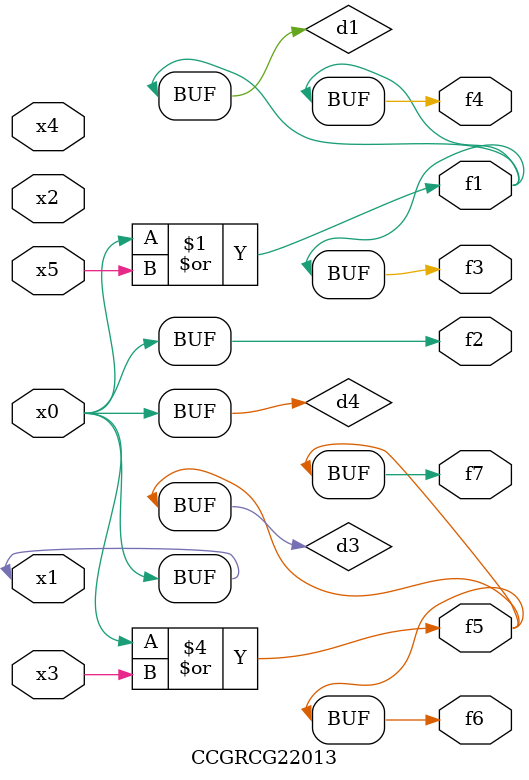
<source format=v>
module CCGRCG22013(
	input x0, x1, x2, x3, x4, x5,
	output f1, f2, f3, f4, f5, f6, f7
);

	wire d1, d2, d3, d4;

	or (d1, x0, x5);
	xnor (d2, x1, x4);
	or (d3, x0, x3);
	buf (d4, x0, x1);
	assign f1 = d1;
	assign f2 = d4;
	assign f3 = d1;
	assign f4 = d1;
	assign f5 = d3;
	assign f6 = d3;
	assign f7 = d3;
endmodule

</source>
